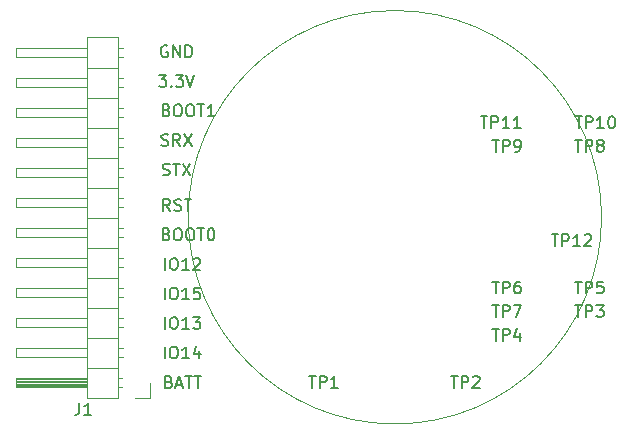
<source format=gbr>
G04 #@! TF.GenerationSoftware,KiCad,Pcbnew,(6.0.0-rc1-dev-1546-g786ee0e)*
G04 #@! TF.CreationDate,2021-05-18T14:50:20-07:00
G04 #@! TF.ProjectId,Dock,446f636b-2e6b-4696-9361-645f70636258,rev?*
G04 #@! TF.SameCoordinates,Original*
G04 #@! TF.FileFunction,Legend,Top*
G04 #@! TF.FilePolarity,Positive*
%FSLAX46Y46*%
G04 Gerber Fmt 4.6, Leading zero omitted, Abs format (unit mm)*
G04 Created by KiCad (PCBNEW (6.0.0-rc1-dev-1546-g786ee0e)) date Tue 18 May 2021 02:50:20 PM PDT*
%MOMM*%
%LPD*%
G04 APERTURE LIST*
%ADD10C,0.150000*%
%ADD11C,0.120000*%
G04 APERTURE END LIST*
D10*
X65380952Y-59428571D02*
X65523809Y-59476190D01*
X65571428Y-59523809D01*
X65619047Y-59619047D01*
X65619047Y-59761904D01*
X65571428Y-59857142D01*
X65523809Y-59904761D01*
X65428571Y-59952380D01*
X65047619Y-59952380D01*
X65047619Y-58952380D01*
X65380952Y-58952380D01*
X65476190Y-59000000D01*
X65523809Y-59047619D01*
X65571428Y-59142857D01*
X65571428Y-59238095D01*
X65523809Y-59333333D01*
X65476190Y-59380952D01*
X65380952Y-59428571D01*
X65047619Y-59428571D01*
X66000000Y-59666666D02*
X66476190Y-59666666D01*
X65904761Y-59952380D02*
X66238095Y-58952380D01*
X66571428Y-59952380D01*
X66761904Y-58952380D02*
X67333333Y-58952380D01*
X67047619Y-59952380D02*
X67047619Y-58952380D01*
X67523809Y-58952380D02*
X68095238Y-58952380D01*
X67809523Y-59952380D02*
X67809523Y-58952380D01*
X65023809Y-57452380D02*
X65023809Y-56452380D01*
X65690476Y-56452380D02*
X65880952Y-56452380D01*
X65976190Y-56500000D01*
X66071428Y-56595238D01*
X66119047Y-56785714D01*
X66119047Y-57119047D01*
X66071428Y-57309523D01*
X65976190Y-57404761D01*
X65880952Y-57452380D01*
X65690476Y-57452380D01*
X65595238Y-57404761D01*
X65500000Y-57309523D01*
X65452380Y-57119047D01*
X65452380Y-56785714D01*
X65500000Y-56595238D01*
X65595238Y-56500000D01*
X65690476Y-56452380D01*
X67071428Y-57452380D02*
X66500000Y-57452380D01*
X66785714Y-57452380D02*
X66785714Y-56452380D01*
X66690476Y-56595238D01*
X66595238Y-56690476D01*
X66500000Y-56738095D01*
X67928571Y-56785714D02*
X67928571Y-57452380D01*
X67690476Y-56404761D02*
X67452380Y-57119047D01*
X68071428Y-57119047D01*
X65023809Y-54952380D02*
X65023809Y-53952380D01*
X65690476Y-53952380D02*
X65880952Y-53952380D01*
X65976190Y-54000000D01*
X66071428Y-54095238D01*
X66119047Y-54285714D01*
X66119047Y-54619047D01*
X66071428Y-54809523D01*
X65976190Y-54904761D01*
X65880952Y-54952380D01*
X65690476Y-54952380D01*
X65595238Y-54904761D01*
X65500000Y-54809523D01*
X65452380Y-54619047D01*
X65452380Y-54285714D01*
X65500000Y-54095238D01*
X65595238Y-54000000D01*
X65690476Y-53952380D01*
X67071428Y-54952380D02*
X66500000Y-54952380D01*
X66785714Y-54952380D02*
X66785714Y-53952380D01*
X66690476Y-54095238D01*
X66595238Y-54190476D01*
X66500000Y-54238095D01*
X67404761Y-53952380D02*
X68023809Y-53952380D01*
X67690476Y-54333333D01*
X67833333Y-54333333D01*
X67928571Y-54380952D01*
X67976190Y-54428571D01*
X68023809Y-54523809D01*
X68023809Y-54761904D01*
X67976190Y-54857142D01*
X67928571Y-54904761D01*
X67833333Y-54952380D01*
X67547619Y-54952380D01*
X67452380Y-54904761D01*
X67404761Y-54857142D01*
X65023809Y-52452380D02*
X65023809Y-51452380D01*
X65690476Y-51452380D02*
X65880952Y-51452380D01*
X65976190Y-51500000D01*
X66071428Y-51595238D01*
X66119047Y-51785714D01*
X66119047Y-52119047D01*
X66071428Y-52309523D01*
X65976190Y-52404761D01*
X65880952Y-52452380D01*
X65690476Y-52452380D01*
X65595238Y-52404761D01*
X65500000Y-52309523D01*
X65452380Y-52119047D01*
X65452380Y-51785714D01*
X65500000Y-51595238D01*
X65595238Y-51500000D01*
X65690476Y-51452380D01*
X67071428Y-52452380D02*
X66500000Y-52452380D01*
X66785714Y-52452380D02*
X66785714Y-51452380D01*
X66690476Y-51595238D01*
X66595238Y-51690476D01*
X66500000Y-51738095D01*
X67976190Y-51452380D02*
X67500000Y-51452380D01*
X67452380Y-51928571D01*
X67500000Y-51880952D01*
X67595238Y-51833333D01*
X67833333Y-51833333D01*
X67928571Y-51880952D01*
X67976190Y-51928571D01*
X68023809Y-52023809D01*
X68023809Y-52261904D01*
X67976190Y-52357142D01*
X67928571Y-52404761D01*
X67833333Y-52452380D01*
X67595238Y-52452380D01*
X67500000Y-52404761D01*
X67452380Y-52357142D01*
X65023809Y-49952380D02*
X65023809Y-48952380D01*
X65690476Y-48952380D02*
X65880952Y-48952380D01*
X65976190Y-49000000D01*
X66071428Y-49095238D01*
X66119047Y-49285714D01*
X66119047Y-49619047D01*
X66071428Y-49809523D01*
X65976190Y-49904761D01*
X65880952Y-49952380D01*
X65690476Y-49952380D01*
X65595238Y-49904761D01*
X65500000Y-49809523D01*
X65452380Y-49619047D01*
X65452380Y-49285714D01*
X65500000Y-49095238D01*
X65595238Y-49000000D01*
X65690476Y-48952380D01*
X67071428Y-49952380D02*
X66500000Y-49952380D01*
X66785714Y-49952380D02*
X66785714Y-48952380D01*
X66690476Y-49095238D01*
X66595238Y-49190476D01*
X66500000Y-49238095D01*
X67452380Y-49047619D02*
X67500000Y-49000000D01*
X67595238Y-48952380D01*
X67833333Y-48952380D01*
X67928571Y-49000000D01*
X67976190Y-49047619D01*
X68023809Y-49142857D01*
X68023809Y-49238095D01*
X67976190Y-49380952D01*
X67404761Y-49952380D01*
X68023809Y-49952380D01*
X65166666Y-46928571D02*
X65309523Y-46976190D01*
X65357142Y-47023809D01*
X65404761Y-47119047D01*
X65404761Y-47261904D01*
X65357142Y-47357142D01*
X65309523Y-47404761D01*
X65214285Y-47452380D01*
X64833333Y-47452380D01*
X64833333Y-46452380D01*
X65166666Y-46452380D01*
X65261904Y-46500000D01*
X65309523Y-46547619D01*
X65357142Y-46642857D01*
X65357142Y-46738095D01*
X65309523Y-46833333D01*
X65261904Y-46880952D01*
X65166666Y-46928571D01*
X64833333Y-46928571D01*
X66023809Y-46452380D02*
X66214285Y-46452380D01*
X66309523Y-46500000D01*
X66404761Y-46595238D01*
X66452380Y-46785714D01*
X66452380Y-47119047D01*
X66404761Y-47309523D01*
X66309523Y-47404761D01*
X66214285Y-47452380D01*
X66023809Y-47452380D01*
X65928571Y-47404761D01*
X65833333Y-47309523D01*
X65785714Y-47119047D01*
X65785714Y-46785714D01*
X65833333Y-46595238D01*
X65928571Y-46500000D01*
X66023809Y-46452380D01*
X67071428Y-46452380D02*
X67261904Y-46452380D01*
X67357142Y-46500000D01*
X67452380Y-46595238D01*
X67500000Y-46785714D01*
X67500000Y-47119047D01*
X67452380Y-47309523D01*
X67357142Y-47404761D01*
X67261904Y-47452380D01*
X67071428Y-47452380D01*
X66976190Y-47404761D01*
X66880952Y-47309523D01*
X66833333Y-47119047D01*
X66833333Y-46785714D01*
X66880952Y-46595238D01*
X66976190Y-46500000D01*
X67071428Y-46452380D01*
X67785714Y-46452380D02*
X68357142Y-46452380D01*
X68071428Y-47452380D02*
X68071428Y-46452380D01*
X68880952Y-46452380D02*
X68976190Y-46452380D01*
X69071428Y-46500000D01*
X69119047Y-46547619D01*
X69166666Y-46642857D01*
X69214285Y-46833333D01*
X69214285Y-47071428D01*
X69166666Y-47261904D01*
X69119047Y-47357142D01*
X69071428Y-47404761D01*
X68976190Y-47452380D01*
X68880952Y-47452380D01*
X68785714Y-47404761D01*
X68738095Y-47357142D01*
X68690476Y-47261904D01*
X68642857Y-47071428D01*
X68642857Y-46833333D01*
X68690476Y-46642857D01*
X68738095Y-46547619D01*
X68785714Y-46500000D01*
X68880952Y-46452380D01*
X65452380Y-44952380D02*
X65119047Y-44476190D01*
X64880952Y-44952380D02*
X64880952Y-43952380D01*
X65261904Y-43952380D01*
X65357142Y-44000000D01*
X65404761Y-44047619D01*
X65452380Y-44142857D01*
X65452380Y-44285714D01*
X65404761Y-44380952D01*
X65357142Y-44428571D01*
X65261904Y-44476190D01*
X64880952Y-44476190D01*
X65833333Y-44904761D02*
X65976190Y-44952380D01*
X66214285Y-44952380D01*
X66309523Y-44904761D01*
X66357142Y-44857142D01*
X66404761Y-44761904D01*
X66404761Y-44666666D01*
X66357142Y-44571428D01*
X66309523Y-44523809D01*
X66214285Y-44476190D01*
X66023809Y-44428571D01*
X65928571Y-44380952D01*
X65880952Y-44333333D01*
X65833333Y-44238095D01*
X65833333Y-44142857D01*
X65880952Y-44047619D01*
X65928571Y-44000000D01*
X66023809Y-43952380D01*
X66261904Y-43952380D01*
X66404761Y-44000000D01*
X66690476Y-43952380D02*
X67261904Y-43952380D01*
X66976190Y-44952380D02*
X66976190Y-43952380D01*
X64857142Y-41904761D02*
X65000000Y-41952380D01*
X65238095Y-41952380D01*
X65333333Y-41904761D01*
X65380952Y-41857142D01*
X65428571Y-41761904D01*
X65428571Y-41666666D01*
X65380952Y-41571428D01*
X65333333Y-41523809D01*
X65238095Y-41476190D01*
X65047619Y-41428571D01*
X64952380Y-41380952D01*
X64904761Y-41333333D01*
X64857142Y-41238095D01*
X64857142Y-41142857D01*
X64904761Y-41047619D01*
X64952380Y-41000000D01*
X65047619Y-40952380D01*
X65285714Y-40952380D01*
X65428571Y-41000000D01*
X65714285Y-40952380D02*
X66285714Y-40952380D01*
X66000000Y-41952380D02*
X66000000Y-40952380D01*
X66523809Y-40952380D02*
X67190476Y-41952380D01*
X67190476Y-40952380D02*
X66523809Y-41952380D01*
X64738095Y-39404761D02*
X64880952Y-39452380D01*
X65119047Y-39452380D01*
X65214285Y-39404761D01*
X65261904Y-39357142D01*
X65309523Y-39261904D01*
X65309523Y-39166666D01*
X65261904Y-39071428D01*
X65214285Y-39023809D01*
X65119047Y-38976190D01*
X64928571Y-38928571D01*
X64833333Y-38880952D01*
X64785714Y-38833333D01*
X64738095Y-38738095D01*
X64738095Y-38642857D01*
X64785714Y-38547619D01*
X64833333Y-38500000D01*
X64928571Y-38452380D01*
X65166666Y-38452380D01*
X65309523Y-38500000D01*
X66309523Y-39452380D02*
X65976190Y-38976190D01*
X65738095Y-39452380D02*
X65738095Y-38452380D01*
X66119047Y-38452380D01*
X66214285Y-38500000D01*
X66261904Y-38547619D01*
X66309523Y-38642857D01*
X66309523Y-38785714D01*
X66261904Y-38880952D01*
X66214285Y-38928571D01*
X66119047Y-38976190D01*
X65738095Y-38976190D01*
X66642857Y-38452380D02*
X67309523Y-39452380D01*
X67309523Y-38452380D02*
X66642857Y-39452380D01*
X65166666Y-36428571D02*
X65309523Y-36476190D01*
X65357142Y-36523809D01*
X65404761Y-36619047D01*
X65404761Y-36761904D01*
X65357142Y-36857142D01*
X65309523Y-36904761D01*
X65214285Y-36952380D01*
X64833333Y-36952380D01*
X64833333Y-35952380D01*
X65166666Y-35952380D01*
X65261904Y-36000000D01*
X65309523Y-36047619D01*
X65357142Y-36142857D01*
X65357142Y-36238095D01*
X65309523Y-36333333D01*
X65261904Y-36380952D01*
X65166666Y-36428571D01*
X64833333Y-36428571D01*
X66023809Y-35952380D02*
X66214285Y-35952380D01*
X66309523Y-36000000D01*
X66404761Y-36095238D01*
X66452380Y-36285714D01*
X66452380Y-36619047D01*
X66404761Y-36809523D01*
X66309523Y-36904761D01*
X66214285Y-36952380D01*
X66023809Y-36952380D01*
X65928571Y-36904761D01*
X65833333Y-36809523D01*
X65785714Y-36619047D01*
X65785714Y-36285714D01*
X65833333Y-36095238D01*
X65928571Y-36000000D01*
X66023809Y-35952380D01*
X67071428Y-35952380D02*
X67261904Y-35952380D01*
X67357142Y-36000000D01*
X67452380Y-36095238D01*
X67500000Y-36285714D01*
X67500000Y-36619047D01*
X67452380Y-36809523D01*
X67357142Y-36904761D01*
X67261904Y-36952380D01*
X67071428Y-36952380D01*
X66976190Y-36904761D01*
X66880952Y-36809523D01*
X66833333Y-36619047D01*
X66833333Y-36285714D01*
X66880952Y-36095238D01*
X66976190Y-36000000D01*
X67071428Y-35952380D01*
X67785714Y-35952380D02*
X68357142Y-35952380D01*
X68071428Y-36952380D02*
X68071428Y-35952380D01*
X69214285Y-36952380D02*
X68642857Y-36952380D01*
X68928571Y-36952380D02*
X68928571Y-35952380D01*
X68833333Y-36095238D01*
X68738095Y-36190476D01*
X68642857Y-36238095D01*
X64523809Y-33452380D02*
X65142857Y-33452380D01*
X64809523Y-33833333D01*
X64952380Y-33833333D01*
X65047619Y-33880952D01*
X65095238Y-33928571D01*
X65142857Y-34023809D01*
X65142857Y-34261904D01*
X65095238Y-34357142D01*
X65047619Y-34404761D01*
X64952380Y-34452380D01*
X64666666Y-34452380D01*
X64571428Y-34404761D01*
X64523809Y-34357142D01*
X65571428Y-34357142D02*
X65619047Y-34404761D01*
X65571428Y-34452380D01*
X65523809Y-34404761D01*
X65571428Y-34357142D01*
X65571428Y-34452380D01*
X65952380Y-33452380D02*
X66571428Y-33452380D01*
X66238095Y-33833333D01*
X66380952Y-33833333D01*
X66476190Y-33880952D01*
X66523809Y-33928571D01*
X66571428Y-34023809D01*
X66571428Y-34261904D01*
X66523809Y-34357142D01*
X66476190Y-34404761D01*
X66380952Y-34452380D01*
X66095238Y-34452380D01*
X66000000Y-34404761D01*
X65952380Y-34357142D01*
X66857142Y-33452380D02*
X67190476Y-34452380D01*
X67523809Y-33452380D01*
X65238095Y-31000000D02*
X65142857Y-30952380D01*
X65000000Y-30952380D01*
X64857142Y-31000000D01*
X64761904Y-31095238D01*
X64714285Y-31190476D01*
X64666666Y-31380952D01*
X64666666Y-31523809D01*
X64714285Y-31714285D01*
X64761904Y-31809523D01*
X64857142Y-31904761D01*
X65000000Y-31952380D01*
X65095238Y-31952380D01*
X65238095Y-31904761D01*
X65285714Y-31857142D01*
X65285714Y-31523809D01*
X65095238Y-31523809D01*
X65714285Y-31952380D02*
X65714285Y-30952380D01*
X66285714Y-31952380D01*
X66285714Y-30952380D01*
X66761904Y-31952380D02*
X66761904Y-30952380D01*
X67000000Y-30952380D01*
X67142857Y-31000000D01*
X67238095Y-31095238D01*
X67285714Y-31190476D01*
X67333333Y-31380952D01*
X67333333Y-31523809D01*
X67285714Y-31714285D01*
X67238095Y-31809523D01*
X67142857Y-31904761D01*
X67000000Y-31952380D01*
X66761904Y-31952380D01*
D11*
X102000000Y-45500000D02*
G75*
G03X102000000Y-45500000I-17500000J0D01*
G01*
X63770000Y-60770000D02*
X62500000Y-60770000D01*
X63770000Y-59500000D02*
X63770000Y-60770000D01*
X61457071Y-31180000D02*
X61060000Y-31180000D01*
X61457071Y-31940000D02*
X61060000Y-31940000D01*
X52400000Y-31180000D02*
X58400000Y-31180000D01*
X52400000Y-31940000D02*
X52400000Y-31180000D01*
X58400000Y-31940000D02*
X52400000Y-31940000D01*
X61060000Y-32830000D02*
X58400000Y-32830000D01*
X61457071Y-33720000D02*
X61060000Y-33720000D01*
X61457071Y-34480000D02*
X61060000Y-34480000D01*
X52400000Y-33720000D02*
X58400000Y-33720000D01*
X52400000Y-34480000D02*
X52400000Y-33720000D01*
X58400000Y-34480000D02*
X52400000Y-34480000D01*
X61060000Y-35370000D02*
X58400000Y-35370000D01*
X61457071Y-36260000D02*
X61060000Y-36260000D01*
X61457071Y-37020000D02*
X61060000Y-37020000D01*
X52400000Y-36260000D02*
X58400000Y-36260000D01*
X52400000Y-37020000D02*
X52400000Y-36260000D01*
X58400000Y-37020000D02*
X52400000Y-37020000D01*
X61060000Y-37910000D02*
X58400000Y-37910000D01*
X61457071Y-38800000D02*
X61060000Y-38800000D01*
X61457071Y-39560000D02*
X61060000Y-39560000D01*
X52400000Y-38800000D02*
X58400000Y-38800000D01*
X52400000Y-39560000D02*
X52400000Y-38800000D01*
X58400000Y-39560000D02*
X52400000Y-39560000D01*
X61060000Y-40450000D02*
X58400000Y-40450000D01*
X61457071Y-41340000D02*
X61060000Y-41340000D01*
X61457071Y-42100000D02*
X61060000Y-42100000D01*
X52400000Y-41340000D02*
X58400000Y-41340000D01*
X52400000Y-42100000D02*
X52400000Y-41340000D01*
X58400000Y-42100000D02*
X52400000Y-42100000D01*
X61060000Y-42990000D02*
X58400000Y-42990000D01*
X61457071Y-43880000D02*
X61060000Y-43880000D01*
X61457071Y-44640000D02*
X61060000Y-44640000D01*
X52400000Y-43880000D02*
X58400000Y-43880000D01*
X52400000Y-44640000D02*
X52400000Y-43880000D01*
X58400000Y-44640000D02*
X52400000Y-44640000D01*
X61060000Y-45530000D02*
X58400000Y-45530000D01*
X61457071Y-46420000D02*
X61060000Y-46420000D01*
X61457071Y-47180000D02*
X61060000Y-47180000D01*
X52400000Y-46420000D02*
X58400000Y-46420000D01*
X52400000Y-47180000D02*
X52400000Y-46420000D01*
X58400000Y-47180000D02*
X52400000Y-47180000D01*
X61060000Y-48070000D02*
X58400000Y-48070000D01*
X61457071Y-48960000D02*
X61060000Y-48960000D01*
X61457071Y-49720000D02*
X61060000Y-49720000D01*
X52400000Y-48960000D02*
X58400000Y-48960000D01*
X52400000Y-49720000D02*
X52400000Y-48960000D01*
X58400000Y-49720000D02*
X52400000Y-49720000D01*
X61060000Y-50610000D02*
X58400000Y-50610000D01*
X61457071Y-51500000D02*
X61060000Y-51500000D01*
X61457071Y-52260000D02*
X61060000Y-52260000D01*
X52400000Y-51500000D02*
X58400000Y-51500000D01*
X52400000Y-52260000D02*
X52400000Y-51500000D01*
X58400000Y-52260000D02*
X52400000Y-52260000D01*
X61060000Y-53150000D02*
X58400000Y-53150000D01*
X61457071Y-54040000D02*
X61060000Y-54040000D01*
X61457071Y-54800000D02*
X61060000Y-54800000D01*
X52400000Y-54040000D02*
X58400000Y-54040000D01*
X52400000Y-54800000D02*
X52400000Y-54040000D01*
X58400000Y-54800000D02*
X52400000Y-54800000D01*
X61060000Y-55690000D02*
X58400000Y-55690000D01*
X61457071Y-56580000D02*
X61060000Y-56580000D01*
X61457071Y-57340000D02*
X61060000Y-57340000D01*
X52400000Y-56580000D02*
X58400000Y-56580000D01*
X52400000Y-57340000D02*
X52400000Y-56580000D01*
X58400000Y-57340000D02*
X52400000Y-57340000D01*
X61060000Y-58230000D02*
X58400000Y-58230000D01*
X61390000Y-59120000D02*
X61060000Y-59120000D01*
X61390000Y-59880000D02*
X61060000Y-59880000D01*
X58400000Y-59220000D02*
X52400000Y-59220000D01*
X58400000Y-59340000D02*
X52400000Y-59340000D01*
X58400000Y-59460000D02*
X52400000Y-59460000D01*
X58400000Y-59580000D02*
X52400000Y-59580000D01*
X58400000Y-59700000D02*
X52400000Y-59700000D01*
X58400000Y-59820000D02*
X52400000Y-59820000D01*
X52400000Y-59120000D02*
X58400000Y-59120000D01*
X52400000Y-59880000D02*
X52400000Y-59120000D01*
X58400000Y-59880000D02*
X52400000Y-59880000D01*
X58400000Y-60830000D02*
X61060000Y-60830000D01*
X58400000Y-30230000D02*
X58400000Y-60830000D01*
X61060000Y-30230000D02*
X58400000Y-30230000D01*
X61060000Y-60830000D02*
X61060000Y-30230000D01*
D10*
X97761904Y-46952380D02*
X98333333Y-46952380D01*
X98047619Y-47952380D02*
X98047619Y-46952380D01*
X98666666Y-47952380D02*
X98666666Y-46952380D01*
X99047619Y-46952380D01*
X99142857Y-47000000D01*
X99190476Y-47047619D01*
X99238095Y-47142857D01*
X99238095Y-47285714D01*
X99190476Y-47380952D01*
X99142857Y-47428571D01*
X99047619Y-47476190D01*
X98666666Y-47476190D01*
X100190476Y-47952380D02*
X99619047Y-47952380D01*
X99904761Y-47952380D02*
X99904761Y-46952380D01*
X99809523Y-47095238D01*
X99714285Y-47190476D01*
X99619047Y-47238095D01*
X100571428Y-47047619D02*
X100619047Y-47000000D01*
X100714285Y-46952380D01*
X100952380Y-46952380D01*
X101047619Y-47000000D01*
X101095238Y-47047619D01*
X101142857Y-47142857D01*
X101142857Y-47238095D01*
X101095238Y-47380952D01*
X100523809Y-47952380D01*
X101142857Y-47952380D01*
X91761904Y-36952380D02*
X92333333Y-36952380D01*
X92047619Y-37952380D02*
X92047619Y-36952380D01*
X92666666Y-37952380D02*
X92666666Y-36952380D01*
X93047619Y-36952380D01*
X93142857Y-37000000D01*
X93190476Y-37047619D01*
X93238095Y-37142857D01*
X93238095Y-37285714D01*
X93190476Y-37380952D01*
X93142857Y-37428571D01*
X93047619Y-37476190D01*
X92666666Y-37476190D01*
X94190476Y-37952380D02*
X93619047Y-37952380D01*
X93904761Y-37952380D02*
X93904761Y-36952380D01*
X93809523Y-37095238D01*
X93714285Y-37190476D01*
X93619047Y-37238095D01*
X95142857Y-37952380D02*
X94571428Y-37952380D01*
X94857142Y-37952380D02*
X94857142Y-36952380D01*
X94761904Y-37095238D01*
X94666666Y-37190476D01*
X94571428Y-37238095D01*
X99761904Y-36952380D02*
X100333333Y-36952380D01*
X100047619Y-37952380D02*
X100047619Y-36952380D01*
X100666666Y-37952380D02*
X100666666Y-36952380D01*
X101047619Y-36952380D01*
X101142857Y-37000000D01*
X101190476Y-37047619D01*
X101238095Y-37142857D01*
X101238095Y-37285714D01*
X101190476Y-37380952D01*
X101142857Y-37428571D01*
X101047619Y-37476190D01*
X100666666Y-37476190D01*
X102190476Y-37952380D02*
X101619047Y-37952380D01*
X101904761Y-37952380D02*
X101904761Y-36952380D01*
X101809523Y-37095238D01*
X101714285Y-37190476D01*
X101619047Y-37238095D01*
X102809523Y-36952380D02*
X102904761Y-36952380D01*
X103000000Y-37000000D01*
X103047619Y-37047619D01*
X103095238Y-37142857D01*
X103142857Y-37333333D01*
X103142857Y-37571428D01*
X103095238Y-37761904D01*
X103047619Y-37857142D01*
X103000000Y-37904761D01*
X102904761Y-37952380D01*
X102809523Y-37952380D01*
X102714285Y-37904761D01*
X102666666Y-37857142D01*
X102619047Y-37761904D01*
X102571428Y-37571428D01*
X102571428Y-37333333D01*
X102619047Y-37142857D01*
X102666666Y-37047619D01*
X102714285Y-37000000D01*
X102809523Y-36952380D01*
X92738095Y-38952380D02*
X93309523Y-38952380D01*
X93023809Y-39952380D02*
X93023809Y-38952380D01*
X93642857Y-39952380D02*
X93642857Y-38952380D01*
X94023809Y-38952380D01*
X94119047Y-39000000D01*
X94166666Y-39047619D01*
X94214285Y-39142857D01*
X94214285Y-39285714D01*
X94166666Y-39380952D01*
X94119047Y-39428571D01*
X94023809Y-39476190D01*
X93642857Y-39476190D01*
X94690476Y-39952380D02*
X94880952Y-39952380D01*
X94976190Y-39904761D01*
X95023809Y-39857142D01*
X95119047Y-39714285D01*
X95166666Y-39523809D01*
X95166666Y-39142857D01*
X95119047Y-39047619D01*
X95071428Y-39000000D01*
X94976190Y-38952380D01*
X94785714Y-38952380D01*
X94690476Y-39000000D01*
X94642857Y-39047619D01*
X94595238Y-39142857D01*
X94595238Y-39380952D01*
X94642857Y-39476190D01*
X94690476Y-39523809D01*
X94785714Y-39571428D01*
X94976190Y-39571428D01*
X95071428Y-39523809D01*
X95119047Y-39476190D01*
X95166666Y-39380952D01*
X99738095Y-38952380D02*
X100309523Y-38952380D01*
X100023809Y-39952380D02*
X100023809Y-38952380D01*
X100642857Y-39952380D02*
X100642857Y-38952380D01*
X101023809Y-38952380D01*
X101119047Y-39000000D01*
X101166666Y-39047619D01*
X101214285Y-39142857D01*
X101214285Y-39285714D01*
X101166666Y-39380952D01*
X101119047Y-39428571D01*
X101023809Y-39476190D01*
X100642857Y-39476190D01*
X101785714Y-39380952D02*
X101690476Y-39333333D01*
X101642857Y-39285714D01*
X101595238Y-39190476D01*
X101595238Y-39142857D01*
X101642857Y-39047619D01*
X101690476Y-39000000D01*
X101785714Y-38952380D01*
X101976190Y-38952380D01*
X102071428Y-39000000D01*
X102119047Y-39047619D01*
X102166666Y-39142857D01*
X102166666Y-39190476D01*
X102119047Y-39285714D01*
X102071428Y-39333333D01*
X101976190Y-39380952D01*
X101785714Y-39380952D01*
X101690476Y-39428571D01*
X101642857Y-39476190D01*
X101595238Y-39571428D01*
X101595238Y-39761904D01*
X101642857Y-39857142D01*
X101690476Y-39904761D01*
X101785714Y-39952380D01*
X101976190Y-39952380D01*
X102071428Y-39904761D01*
X102119047Y-39857142D01*
X102166666Y-39761904D01*
X102166666Y-39571428D01*
X102119047Y-39476190D01*
X102071428Y-39428571D01*
X101976190Y-39380952D01*
X92738095Y-52952380D02*
X93309523Y-52952380D01*
X93023809Y-53952380D02*
X93023809Y-52952380D01*
X93642857Y-53952380D02*
X93642857Y-52952380D01*
X94023809Y-52952380D01*
X94119047Y-53000000D01*
X94166666Y-53047619D01*
X94214285Y-53142857D01*
X94214285Y-53285714D01*
X94166666Y-53380952D01*
X94119047Y-53428571D01*
X94023809Y-53476190D01*
X93642857Y-53476190D01*
X94547619Y-52952380D02*
X95214285Y-52952380D01*
X94785714Y-53952380D01*
X92738095Y-50952380D02*
X93309523Y-50952380D01*
X93023809Y-51952380D02*
X93023809Y-50952380D01*
X93642857Y-51952380D02*
X93642857Y-50952380D01*
X94023809Y-50952380D01*
X94119047Y-51000000D01*
X94166666Y-51047619D01*
X94214285Y-51142857D01*
X94214285Y-51285714D01*
X94166666Y-51380952D01*
X94119047Y-51428571D01*
X94023809Y-51476190D01*
X93642857Y-51476190D01*
X95071428Y-50952380D02*
X94880952Y-50952380D01*
X94785714Y-51000000D01*
X94738095Y-51047619D01*
X94642857Y-51190476D01*
X94595238Y-51380952D01*
X94595238Y-51761904D01*
X94642857Y-51857142D01*
X94690476Y-51904761D01*
X94785714Y-51952380D01*
X94976190Y-51952380D01*
X95071428Y-51904761D01*
X95119047Y-51857142D01*
X95166666Y-51761904D01*
X95166666Y-51523809D01*
X95119047Y-51428571D01*
X95071428Y-51380952D01*
X94976190Y-51333333D01*
X94785714Y-51333333D01*
X94690476Y-51380952D01*
X94642857Y-51428571D01*
X94595238Y-51523809D01*
X99738095Y-50952380D02*
X100309523Y-50952380D01*
X100023809Y-51952380D02*
X100023809Y-50952380D01*
X100642857Y-51952380D02*
X100642857Y-50952380D01*
X101023809Y-50952380D01*
X101119047Y-51000000D01*
X101166666Y-51047619D01*
X101214285Y-51142857D01*
X101214285Y-51285714D01*
X101166666Y-51380952D01*
X101119047Y-51428571D01*
X101023809Y-51476190D01*
X100642857Y-51476190D01*
X102119047Y-50952380D02*
X101642857Y-50952380D01*
X101595238Y-51428571D01*
X101642857Y-51380952D01*
X101738095Y-51333333D01*
X101976190Y-51333333D01*
X102071428Y-51380952D01*
X102119047Y-51428571D01*
X102166666Y-51523809D01*
X102166666Y-51761904D01*
X102119047Y-51857142D01*
X102071428Y-51904761D01*
X101976190Y-51952380D01*
X101738095Y-51952380D01*
X101642857Y-51904761D01*
X101595238Y-51857142D01*
X92738095Y-54952380D02*
X93309523Y-54952380D01*
X93023809Y-55952380D02*
X93023809Y-54952380D01*
X93642857Y-55952380D02*
X93642857Y-54952380D01*
X94023809Y-54952380D01*
X94119047Y-55000000D01*
X94166666Y-55047619D01*
X94214285Y-55142857D01*
X94214285Y-55285714D01*
X94166666Y-55380952D01*
X94119047Y-55428571D01*
X94023809Y-55476190D01*
X93642857Y-55476190D01*
X95071428Y-55285714D02*
X95071428Y-55952380D01*
X94833333Y-54904761D02*
X94595238Y-55619047D01*
X95214285Y-55619047D01*
X99738095Y-52952380D02*
X100309523Y-52952380D01*
X100023809Y-53952380D02*
X100023809Y-52952380D01*
X100642857Y-53952380D02*
X100642857Y-52952380D01*
X101023809Y-52952380D01*
X101119047Y-53000000D01*
X101166666Y-53047619D01*
X101214285Y-53142857D01*
X101214285Y-53285714D01*
X101166666Y-53380952D01*
X101119047Y-53428571D01*
X101023809Y-53476190D01*
X100642857Y-53476190D01*
X101547619Y-52952380D02*
X102166666Y-52952380D01*
X101833333Y-53333333D01*
X101976190Y-53333333D01*
X102071428Y-53380952D01*
X102119047Y-53428571D01*
X102166666Y-53523809D01*
X102166666Y-53761904D01*
X102119047Y-53857142D01*
X102071428Y-53904761D01*
X101976190Y-53952380D01*
X101690476Y-53952380D01*
X101595238Y-53904761D01*
X101547619Y-53857142D01*
X89238095Y-58952380D02*
X89809523Y-58952380D01*
X89523809Y-59952380D02*
X89523809Y-58952380D01*
X90142857Y-59952380D02*
X90142857Y-58952380D01*
X90523809Y-58952380D01*
X90619047Y-59000000D01*
X90666666Y-59047619D01*
X90714285Y-59142857D01*
X90714285Y-59285714D01*
X90666666Y-59380952D01*
X90619047Y-59428571D01*
X90523809Y-59476190D01*
X90142857Y-59476190D01*
X91095238Y-59047619D02*
X91142857Y-59000000D01*
X91238095Y-58952380D01*
X91476190Y-58952380D01*
X91571428Y-59000000D01*
X91619047Y-59047619D01*
X91666666Y-59142857D01*
X91666666Y-59238095D01*
X91619047Y-59380952D01*
X91047619Y-59952380D01*
X91666666Y-59952380D01*
X77238095Y-58952380D02*
X77809523Y-58952380D01*
X77523809Y-59952380D02*
X77523809Y-58952380D01*
X78142857Y-59952380D02*
X78142857Y-58952380D01*
X78523809Y-58952380D01*
X78619047Y-59000000D01*
X78666666Y-59047619D01*
X78714285Y-59142857D01*
X78714285Y-59285714D01*
X78666666Y-59380952D01*
X78619047Y-59428571D01*
X78523809Y-59476190D01*
X78142857Y-59476190D01*
X79666666Y-59952380D02*
X79095238Y-59952380D01*
X79380952Y-59952380D02*
X79380952Y-58952380D01*
X79285714Y-59095238D01*
X79190476Y-59190476D01*
X79095238Y-59238095D01*
X57781666Y-61222380D02*
X57781666Y-61936666D01*
X57734047Y-62079523D01*
X57638809Y-62174761D01*
X57495952Y-62222380D01*
X57400714Y-62222380D01*
X58781666Y-62222380D02*
X58210238Y-62222380D01*
X58495952Y-62222380D02*
X58495952Y-61222380D01*
X58400714Y-61365238D01*
X58305476Y-61460476D01*
X58210238Y-61508095D01*
M02*

</source>
